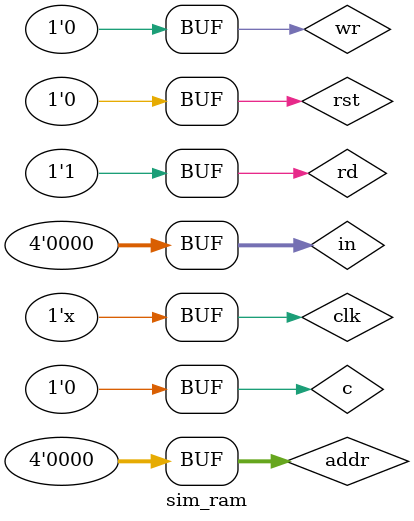
<source format=v>
`timescale 1ns / 1ps


module sim_ram(

    );
    reg rd,wr,c,clk,rst;
    reg [3:0] addr,in;
    wire [3:0] out;
    ram myram(rd,wr,clk,rst,c,addr,in,out);
    initial begin
        rd<=0;
        wr<=0;
        c<=0;
        rst<=0;
        addr<=4'b0;
        clk<=0;
        in<=0;
        
        #40
        wr<=1;
        c<=1;
        #20
        addr<=4'b1001;
        in<=4'b1101;
        #80
        addr<=4'b0;
        in<=4'b0;
        #40
        wr<=0;
        
        #40
        rd<=1;
        #30
        addr<=4'b1001;
        #20
        addr<=4'b0000;
        #30
        rd<=0;
        
        #40
        rst<=1;
        #40
        rst<=0;
        #10
        rd<=1;
        #10
        addr<=4'b1001;
        #30
        addr<=4'b0;
        #20
        c<=0;
        
    end
    always begin
        #1
        clk<=~clk;
    end
endmodule

</source>
